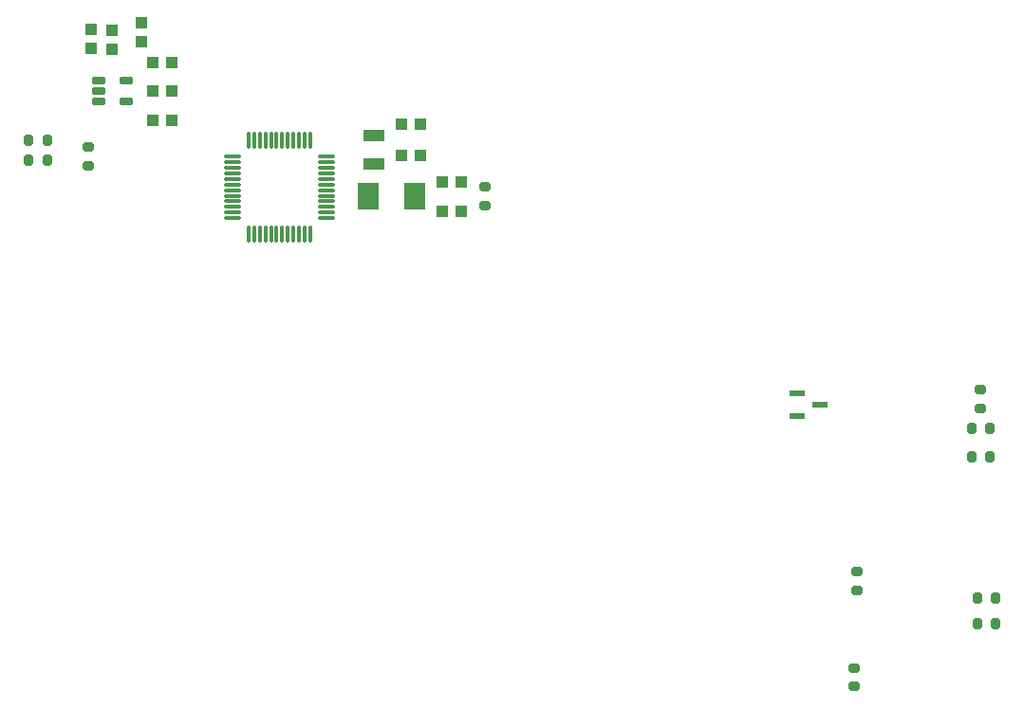
<source format=gbr>
%TF.GenerationSoftware,KiCad,Pcbnew,7.0.9*%
%TF.CreationDate,2024-01-04T23:56:04+08:00*%
%TF.ProjectId,stm32_timer_app,73746d33-325f-4746-996d-65725f617070,rev?*%
%TF.SameCoordinates,PX6a6e180PY6b00940*%
%TF.FileFunction,Paste,Bot*%
%TF.FilePolarity,Positive*%
%FSLAX46Y46*%
G04 Gerber Fmt 4.6, Leading zero omitted, Abs format (unit mm)*
G04 Created by KiCad (PCBNEW 7.0.9) date 2024-01-04 23:56:04*
%MOMM*%
%LPD*%
G01*
G04 APERTURE LIST*
G04 Aperture macros list*
%AMRoundRect*
0 Rectangle with rounded corners*
0 $1 Rounding radius*
0 $2 $3 $4 $5 $6 $7 $8 $9 X,Y pos of 4 corners*
0 Add a 4 corners polygon primitive as box body*
4,1,4,$2,$3,$4,$5,$6,$7,$8,$9,$2,$3,0*
0 Add four circle primitives for the rounded corners*
1,1,$1+$1,$2,$3*
1,1,$1+$1,$4,$5*
1,1,$1+$1,$6,$7*
1,1,$1+$1,$8,$9*
0 Add four rect primitives between the rounded corners*
20,1,$1+$1,$2,$3,$4,$5,0*
20,1,$1+$1,$4,$5,$6,$7,0*
20,1,$1+$1,$6,$7,$8,$9,0*
20,1,$1+$1,$8,$9,$2,$3,0*%
G04 Aperture macros list end*
%ADD10RoundRect,0.109200X0.670800X-0.030800X0.670800X0.030800X-0.670800X0.030800X-0.670800X-0.030800X0*%
%ADD11RoundRect,0.109200X0.030800X0.670800X-0.030800X0.670800X-0.030800X-0.670800X0.030800X-0.670800X0*%
%ADD12RoundRect,0.200000X-0.200000X-0.275000X0.200000X-0.275000X0.200000X0.275000X-0.200000X0.275000X0*%
%ADD13R,1.000000X1.100000*%
%ADD14R,1.900000X2.400000*%
%ADD15RoundRect,0.200000X-0.275000X0.200000X-0.275000X-0.200000X0.275000X-0.200000X0.275000X0.200000X0*%
%ADD16RoundRect,0.200000X0.200000X0.275000X-0.200000X0.275000X-0.200000X-0.275000X0.200000X-0.275000X0*%
%ADD17R,1.100000X1.000000*%
%ADD18R,1.900000X1.100000*%
%ADD19RoundRect,0.046900X0.538100X-0.288100X0.538100X0.288100X-0.538100X0.288100X-0.538100X-0.288100X0*%
%ADD20R,1.320800X0.558800*%
%ADD21RoundRect,0.200000X0.275000X-0.200000X0.275000X0.200000X-0.275000X0.200000X-0.275000X-0.200000X0*%
G04 APERTURE END LIST*
D10*
%TO.C,U2*%
X77180000Y61050000D03*
X77180000Y60550000D03*
X77180000Y60050000D03*
X77180000Y59550000D03*
X77180000Y59050000D03*
X77180000Y58550000D03*
X77180000Y58050000D03*
X77180000Y57550000D03*
X77180000Y57050000D03*
X77180000Y56550000D03*
X77180000Y56050000D03*
X77180000Y55550000D03*
D11*
X75750000Y54120000D03*
X75250000Y54120000D03*
X74750000Y54120000D03*
X74250000Y54120000D03*
X73750000Y54120000D03*
X73250000Y54120000D03*
X72750000Y54120000D03*
X72250000Y54120000D03*
X71750000Y54120000D03*
X71250000Y54120000D03*
X70750000Y54120000D03*
X70250000Y54120000D03*
D10*
X68820000Y55550000D03*
X68820000Y56050000D03*
X68820000Y56550000D03*
X68820000Y57050000D03*
X68820000Y57550000D03*
X68820000Y58050000D03*
X68820000Y58550000D03*
X68820000Y59050000D03*
X68820000Y59550000D03*
X68820000Y60050000D03*
X68820000Y60550000D03*
X68820000Y61050000D03*
D11*
X70250000Y62480000D03*
X70750000Y62480000D03*
X71250000Y62480000D03*
X71750000Y62480000D03*
X72250000Y62480000D03*
X72750000Y62480000D03*
X73250000Y62480000D03*
X73750000Y62480000D03*
X74250000Y62480000D03*
X74750000Y62480000D03*
X75250000Y62480000D03*
X75750000Y62480000D03*
%TD*%
D12*
%TO.C,R25*%
X50650000Y62500000D03*
X52300000Y62500000D03*
%TD*%
D13*
%TO.C,C14*%
X56200000Y72400000D03*
X56200000Y70700000D03*
%TD*%
D14*
%TO.C,Y1*%
X80950000Y57550000D03*
X85050000Y57550000D03*
%TD*%
D15*
%TO.C,R17*%
X135575000Y40225000D03*
X135575000Y38575000D03*
%TD*%
D16*
%TO.C,R13*%
X136900000Y21600000D03*
X135250000Y21600000D03*
%TD*%
D17*
%TO.C,C8*%
X85600000Y63950000D03*
X83900000Y63950000D03*
%TD*%
D12*
%TO.C,R26*%
X50650000Y60750000D03*
X52300000Y60750000D03*
%TD*%
D18*
%TO.C,Y2*%
X81400000Y62900000D03*
X81400000Y60400000D03*
%TD*%
D13*
%TO.C,C20*%
X60700000Y71300000D03*
X60700000Y73000000D03*
%TD*%
D12*
%TO.C,R15*%
X134750000Y34200000D03*
X136400000Y34200000D03*
%TD*%
D17*
%TO.C,C1*%
X89250000Y56200000D03*
X87550000Y56200000D03*
%TD*%
%TO.C,C12*%
X63400000Y64300000D03*
X61700000Y64300000D03*
%TD*%
D15*
%TO.C,R27*%
X55950000Y61900000D03*
X55950000Y60250000D03*
%TD*%
D13*
%TO.C,C13*%
X58100000Y72350000D03*
X58100000Y70650000D03*
%TD*%
D19*
%TO.C,U4*%
X56860000Y65950000D03*
X56860000Y66890000D03*
X56860000Y67830000D03*
X59300000Y67830000D03*
X59300000Y65950000D03*
%TD*%
D20*
%TO.C,U5*%
X119168000Y37834000D03*
X119168000Y39866000D03*
X121200000Y38850000D03*
%TD*%
D21*
%TO.C,R19*%
X124300000Y13700000D03*
X124300000Y15350000D03*
%TD*%
D15*
%TO.C,R1*%
X91300000Y58325000D03*
X91300000Y56675000D03*
%TD*%
D16*
%TO.C,R16*%
X136400000Y36800000D03*
X134750000Y36800000D03*
%TD*%
D17*
%TO.C,C7*%
X85550000Y61150000D03*
X83850000Y61150000D03*
%TD*%
%TO.C,C10*%
X63400000Y69450000D03*
X61700000Y69450000D03*
%TD*%
D16*
%TO.C,R12*%
X136900000Y19300000D03*
X135250000Y19300000D03*
%TD*%
D17*
%TO.C,C2*%
X89250000Y58800000D03*
X87550000Y58800000D03*
%TD*%
D21*
%TO.C,R18*%
X124500000Y22300000D03*
X124500000Y23950000D03*
%TD*%
D17*
%TO.C,C11*%
X63400000Y66890000D03*
X61700000Y66890000D03*
%TD*%
M02*

</source>
